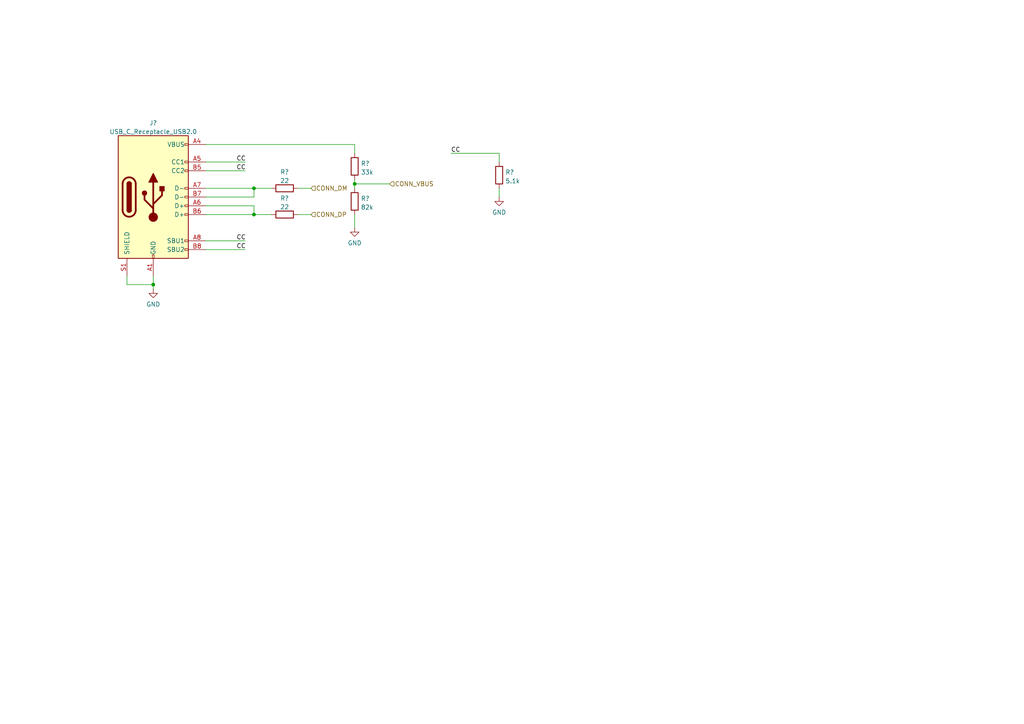
<source format=kicad_sch>
(kicad_sch (version 20211123) (generator eeschema)
  (paper "A4")
  (lib_symbols
    (symbol "Connector:USB_C_Receptacle_USB2.0" (pin_names (offset 1.016))
      (property "Reference" "J" (at -10.16 19.05 0))
      (property "Value" "USB_C_Receptacle_USB2.0" (at 19.05 19.05 0))
      (symbol "USB_C_Receptacle_USB2.0_0_0"
        (rectangle (start -0.254 -17.78) (end 0.254 -16.764))
        (rectangle (start 10.16 -14.986) (end 9.144 -15.494))
        (rectangle (start 10.16 -12.446) (end 9.144 -12.954))
        (rectangle (start 10.16 -4.826) (end 9.144 -5.334))
        (rectangle (start 10.16 -2.286) (end 9.144 -2.794))
        (rectangle (start 10.16 0.254) (end 9.144 -0.254))
        (rectangle (start 10.16 2.794) (end 9.144 2.286))
        (rectangle (start 10.16 7.874) (end 9.144 7.366))
        (rectangle (start 10.16 10.414) (end 9.144 9.906))
        (rectangle (start 10.16 15.494) (end 9.144 14.986))
      )
      (symbol "USB_C_Receptacle_USB2.0_0_1"
        (rectangle (start -10.16 17.78) (end 10.16 -17.78) (stroke (width 0.254)) (fill (type background)))
        (arc (start -8.89 -3.81) (mid -6.985 -5.715) (end -5.08 -3.81) (stroke (width 0.508)))
        (arc (start -7.62 -3.81) (mid -6.985 -4.445) (end -6.35 -3.81) (stroke (width 0.254)))
        (arc (start -7.62 -3.81) (mid -6.985 -4.445) (end -6.35 -3.81) (stroke (width 0.254)) (fill (type outline)))
        (rectangle (start -7.62 -3.81) (end -6.35 3.81) (stroke (width 0.254)) (fill (type outline)))
        (arc (start -6.35 3.81) (mid -6.985 4.445) (end -7.62 3.81) (stroke (width 0.254)))
        (arc (start -6.35 3.81) (mid -6.985 4.445) (end -7.62 3.81) (stroke (width 0.254)) (fill (type outline)))
        (arc (start -5.08 3.81) (mid -6.985 5.715) (end -8.89 3.81) (stroke (width 0.508)))
        (circle (center -2.54 1.143) (radius 0.635) (stroke (width 0.254)) (fill (type outline)))
        (circle (center 0 -5.842) (radius 1.27) (fill (type outline)))
        (polyline (pts (xy -8.89 -3.81) (xy -8.89 3.81)) (stroke (width 0.508)))
        (polyline (pts (xy -5.08 3.81) (xy -5.08 -3.81)) (stroke (width 0.508)))
        (polyline (pts (xy 0 -5.842) (xy 0 4.318)) (stroke (width 0.508)))
        (polyline (pts (xy 0 -3.302) (xy -2.54 -0.762) (xy -2.54 0.508)) (stroke (width 0.508)))
        (polyline (pts (xy 0 -2.032) (xy 2.54 0.508) (xy 2.54 1.778)) (stroke (width 0.508)))
        (polyline (pts (xy -1.27 4.318) (xy 0 6.858) (xy 1.27 4.318) (xy -1.27 4.318)) (stroke (width 0.254)) (fill (type outline)))
        (rectangle (start 1.905 1.778) (end 3.175 3.048) (stroke (width 0.254)) (fill (type outline)))
      )
      (symbol "USB_C_Receptacle_USB2.0_1_1"
        (pin passive line (at 0 -22.86 90) (length 5.08) (name "GND") (number "A1"))
        (pin passive line (at 0 -22.86 90) (length 5.08) hide (name "GND") (number "A12"))
        (pin passive line (at 15.24 15.24 180) (length 5.08) (name "VBUS") (number "A4"))
        (pin bidirectional line (at 15.24 10.16 180) (length 5.08) (name "CC1") (number "A5"))
        (pin bidirectional line (at 15.24 -2.54 180) (length 5.08) (name "D+") (number "A6"))
        (pin bidirectional line (at 15.24 2.54 180) (length 5.08) (name "D-") (number "A7"))
        (pin bidirectional line (at 15.24 -12.7 180) (length 5.08) (name "SBU1") (number "A8"))
        (pin passive line (at 15.24 15.24 180) (length 5.08) hide (name "VBUS") (number "A9"))
        (pin passive line (at 0 -22.86 90) (length 5.08) hide (name "GND") (number "B1"))
        (pin passive line (at 0 -22.86 90) (length 5.08) hide (name "GND") (number "B12"))
        (pin passive line (at 15.24 15.24 180) (length 5.08) hide (name "VBUS") (number "B4"))
        (pin bidirectional line (at 15.24 7.62 180) (length 5.08) (name "CC2") (number "B5"))
        (pin bidirectional line (at 15.24 -5.08 180) (length 5.08) (name "D+") (number "B6"))
        (pin bidirectional line (at 15.24 0 180) (length 5.08) (name "D-") (number "B7"))
        (pin bidirectional line (at 15.24 -15.24 180) (length 5.08) (name "SBU2") (number "B8"))
        (pin passive line (at 15.24 15.24 180) (length 5.08) hide (name "VBUS") (number "B9"))
        (pin passive line (at -7.62 -22.86 90) (length 5.08) (name "SHIELD") (number "S1"))
      )
    )
    (symbol "Device:R" (pin_numbers hide) (pin_names (offset 0))
      (property "Reference" "R" (at 2.032 0 90))
      (property "Value" "R" (at 0 0 90))
      (symbol "R_0_1"
        (rectangle (start -1.016 -2.54) (end 1.016 2.54) (stroke (width 0.254)))
      )
      (symbol "R_1_1"
        (pin passive line (at 0 3.81 270) (length 1.27) (name "~") (number "1"))
        (pin passive line (at 0 -3.81 90) (length 1.27) (name "~") (number "2"))
      )
    )
    (symbol "power:GND" (power) (pin_names (offset 0))
      (property "Value" "GND" (at 0 -3.81 0))
      (symbol "GND_0_1"
        (polyline (pts (xy 0 0) (xy 0 -1.27) (xy 1.27 -1.27) (xy 0 -2.54) (xy -1.27 -1.27) (xy 0 -1.27)))
      )
      (symbol "GND_1_1"
        (pin power_in line (at 0 0 270) (length 0) hide (name "GND") (number "1"))
      )
    )
  )
  (junction (at 73.66 62.23))
  (junction (at 44.45 82.55))
  (junction (at 73.66 54.61))
  (junction (at 102.87 53.34))
  (wire (pts (xy 102.87 53.34) (xy 113.03 53.34)))
  (wire (pts (xy 59.69 62.23) (xy 73.66 62.23)))
  (wire (pts (xy 59.69 46.99) (xy 71.12 46.99)))
  (wire (pts (xy 44.45 82.55) (xy 44.45 83.82)))
  (wire (pts (xy 86.36 62.23) (xy 90.17 62.23)))
  (wire (pts (xy 86.36 54.61) (xy 90.17 54.61)))
  (wire (pts (xy 102.87 62.23) (xy 102.87 66.04)))
  (wire (pts (xy 36.83 82.55) (xy 44.45 82.55)))
  (wire (pts (xy 73.66 57.15) (xy 73.66 54.61)))
  (wire (pts (xy 59.69 72.39) (xy 71.12 72.39)))
  (wire (pts (xy 102.87 52.07) (xy 102.87 53.34)))
  (wire (pts (xy 36.83 80.01) (xy 36.83 82.55)))
  (wire (pts (xy 102.87 41.91) (xy 102.87 44.45)))
  (wire (pts (xy 102.87 53.34) (xy 102.87 54.61)))
  (wire (pts (xy 59.69 54.61) (xy 73.66 54.61)))
  (wire (pts (xy 144.78 54.61) (xy 144.78 57.15)))
  (wire (pts (xy 59.69 59.69) (xy 73.66 59.69)))
  (wire (pts (xy 59.69 69.85) (xy 71.12 69.85)))
  (wire (pts (xy 73.66 59.69) (xy 73.66 62.23)))
  (wire (pts (xy 59.69 41.91) (xy 102.87 41.91)))
  (wire (pts (xy 59.69 49.53) (xy 71.12 49.53)))
  (wire (pts (xy 44.45 80.01) (xy 44.45 82.55)))
  (wire (pts (xy 130.81 44.45) (xy 144.78 44.45)))
  (wire (pts (xy 144.78 44.45) (xy 144.78 46.99)))
  (wire (pts (xy 73.66 54.61) (xy 78.74 54.61)))
  (wire (pts (xy 59.69 57.15) (xy 73.66 57.15)))
  (wire (pts (xy 73.66 62.23) (xy 78.74 62.23)))
  (label "CC" (at 68.58 46.99 0))
  (label "CC" (at 130.81 44.45 0))
  (label "CC" (at 68.58 49.53 0))
  (label "CC" (at 68.58 72.39 0))
  (label "CC" (at 68.58 69.85 0))
  (hierarchical_label "CONN_DP" (shape input) (at 90.17 62.23 0))
  (hierarchical_label "CONN_DM" (shape input) (at 90.17 54.61 0))
  (hierarchical_label "CONN_VBUS" (shape input) (at 113.03 53.34 0))
  (symbol (lib_id "Connector:USB_C_Receptacle_USB2.0") (at 44.45 57.15 0) (unit 1)
    (property "Reference" "J?" (at 44.45 35.6702 0))
    (property "Value" "USB_C_Receptacle_USB2.0" (at 44.45 38.2071 0))
    (property "Datasheet" "https://www.usb.org/sites/default/files/documents/usb_type-c.zip" (effects hide))
  )
  (symbol (lib_id "power:GND") (at 44.45 83.82 0) (unit 1)
    (property "Reference" "#PWR?" (effects hide))
    (property "Value" "GND" (at 44.45 88.2634 0))
  )
  (symbol (lib_id "Device:R") (at 102.87 58.42 0) (unit 1)
    (property "Reference" "R?" (at 104.648 57.5853 0) (effects (justify left)))
    (property "Value" "82k" (at 104.648 60.1222 0) (effects (justify left)))
  )
  (symbol (lib_id "Device:R") (at 144.78 50.8 0) (unit 1)
    (property "Reference" "R?" (at 146.558 49.9653 0) (effects (justify left)))
    (property "Value" "5.1k" (at 146.558 52.5022 0) (effects (justify left)))
  )
  (symbol (lib_id "power:GND") (at 102.87 66.04 0) (unit 1)
    (property "Reference" "#PWR?" (effects hide))
    (property "Value" "GND" (at 102.87 70.4834 0))
  )
  (symbol (lib_id "Device:R") (at 102.87 48.26 0) (unit 1)
    (property "Reference" "R?" (at 104.648 47.4253 0) (effects (justify left)))
    (property "Value" "33k" (at 104.648 49.9622 0) (effects (justify left)))
  )
  (symbol (lib_id "power:GND") (at 144.78 57.15 0) (unit 1)
    (property "Reference" "#PWR?" (effects hide))
    (property "Value" "GND" (at 144.78 61.5934 0))
  )
  (symbol (lib_id "Device:R") (at 82.55 54.61 90) (unit 1)
    (property "Reference" "R?" (at 82.55 49.8942 90))
    (property "Value" "22" (at 82.55 52.4311 90))
  )
  (symbol (lib_id "Device:R") (at 82.55 62.23 90) (unit 1)
    (property "Reference" "R?" (at 82.55 57.5142 90))
    (property "Value" "22" (at 82.55 60.0511 90))
  )
)
</source>
